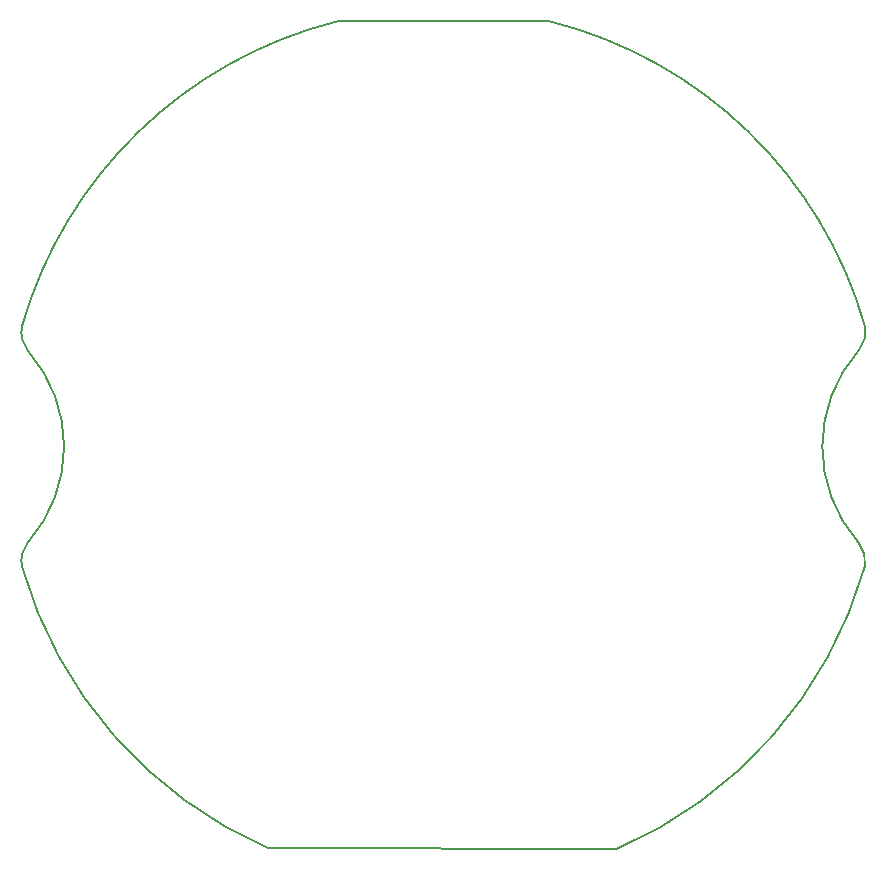
<source format=gbr>
G04 #@! TF.GenerationSoftware,KiCad,Pcbnew,5.0.0-fee4fd1~66~ubuntu18.04.1*
G04 #@! TF.CreationDate,2018-09-24T18:06:56+02:00*
G04 #@! TF.ProjectId,hyperstm,687970657273746D2E6B696361645F70,rev?*
G04 #@! TF.SameCoordinates,Original*
G04 #@! TF.FileFunction,Profile,NP*
%FSLAX46Y46*%
G04 Gerber Fmt 4.6, Leading zero omitted, Abs format (unit mm)*
G04 Created by KiCad (PCBNEW 5.0.0-fee4fd1~66~ubuntu18.04.1) date Mon Sep 24 18:06:56 2018*
%MOMM*%
%LPD*%
G01*
G04 APERTURE LIST*
%ADD10C,0.150000*%
G04 APERTURE END LIST*
D10*
X185150000Y-108130000D02*
G75*
G02X185662029Y-110230089I-1917970J-1580090D01*
G01*
X185157971Y-91850089D02*
G75*
G03X185670000Y-89750000I-1917970J1580090D01*
G01*
X114832029Y-108089911D02*
G75*
G03X114320000Y-110190000I1917970J-1580090D01*
G01*
X114832029Y-91900089D02*
G75*
G02X114320000Y-89800000I1917970J1580090D01*
G01*
X185149634Y-108131515D02*
G75*
G02X185160000Y-91850000I9236897J8134880D01*
G01*
X114839918Y-91911316D02*
G75*
G02X114830000Y-108100000I-9239918J-8088684D01*
G01*
X159001348Y-63994623D02*
G75*
G02X185670000Y-89750000I-9001348J-36005377D01*
G01*
X114325520Y-89785728D02*
G75*
G02X141000001Y-64000001I35674480J-10214272D01*
G01*
X141000000Y-64000000D02*
X159000000Y-64000000D01*
X185667212Y-110189203D02*
G75*
G02X164599999Y-134099999I-35667212J10189203D01*
G01*
X135192189Y-134017937D02*
G75*
G02X114320000Y-110170000I14807811J34017937D01*
G01*
X135200000Y-134000000D02*
X164600000Y-134100000D01*
M02*

</source>
